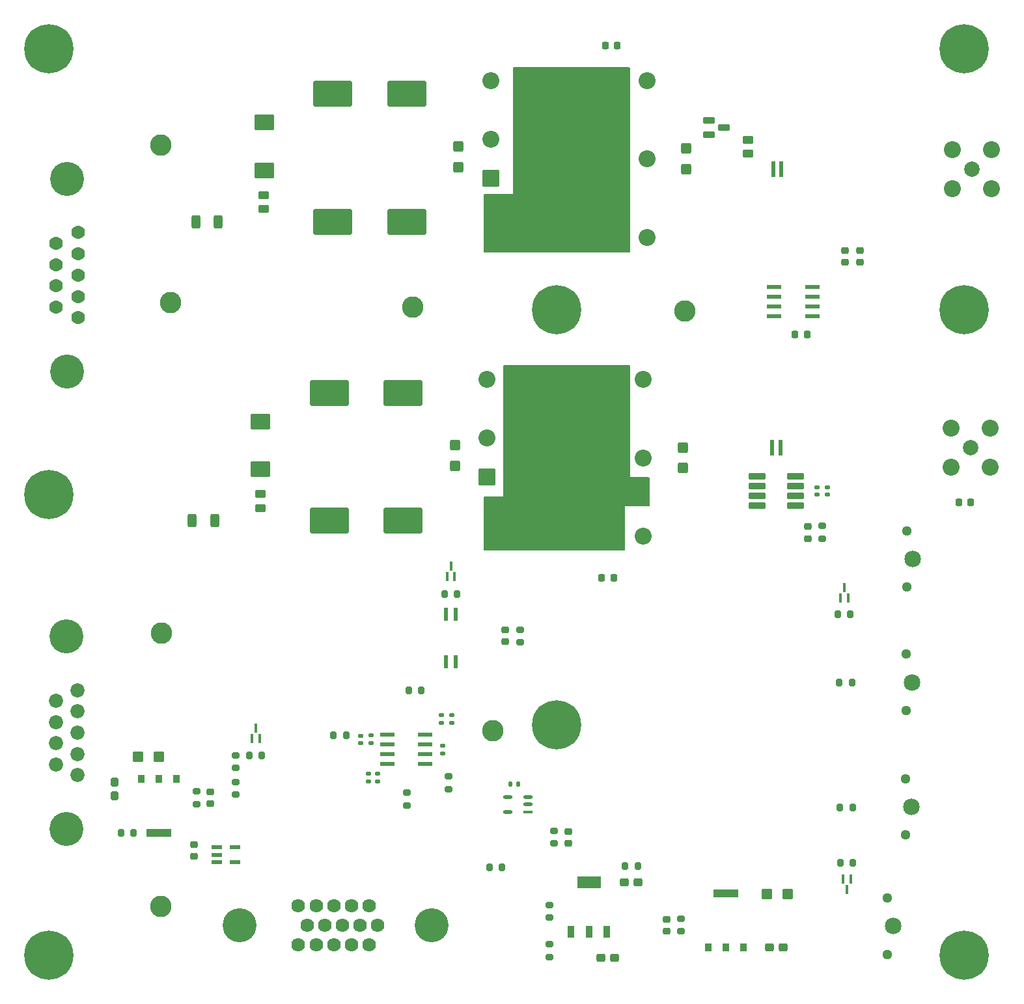
<source format=gbr>
%TF.GenerationSoftware,KiCad,Pcbnew,8.0.6*%
%TF.CreationDate,2025-05-16T10:58:21-04:00*%
%TF.ProjectId,3 - Charge_Pre-Amplifier,33202d20-4368-4617-9267-655f5072652d,rev?*%
%TF.SameCoordinates,Original*%
%TF.FileFunction,Soldermask,Top*%
%TF.FilePolarity,Negative*%
%FSLAX46Y46*%
G04 Gerber Fmt 4.6, Leading zero omitted, Abs format (unit mm)*
G04 Created by KiCad (PCBNEW 8.0.6) date 2025-05-16 10:58:21*
%MOMM*%
%LPD*%
G01*
G04 APERTURE LIST*
G04 Aperture macros list*
%AMRoundRect*
0 Rectangle with rounded corners*
0 $1 Rounding radius*
0 $2 $3 $4 $5 $6 $7 $8 $9 X,Y pos of 4 corners*
0 Add a 4 corners polygon primitive as box body*
4,1,4,$2,$3,$4,$5,$6,$7,$8,$9,$2,$3,0*
0 Add four circle primitives for the rounded corners*
1,1,$1+$1,$2,$3*
1,1,$1+$1,$4,$5*
1,1,$1+$1,$6,$7*
1,1,$1+$1,$8,$9*
0 Add four rect primitives between the rounded corners*
20,1,$1+$1,$2,$3,$4,$5,0*
20,1,$1+$1,$4,$5,$6,$7,0*
20,1,$1+$1,$6,$7,$8,$9,0*
20,1,$1+$1,$8,$9,$2,$3,0*%
G04 Aperture macros list end*
%ADD10R,1.219200X0.457200*%
%ADD11O,1.219200X0.457200*%
%ADD12R,1.981200X0.558800*%
%ADD13R,0.889000X1.016000*%
%ADD14R,3.200000X1.000000*%
%ADD15C,1.295400*%
%ADD16C,2.159000*%
%ADD17R,0.350800X1.161200*%
%ADD18RoundRect,0.099250X-0.632750X-0.297750X0.632750X-0.297750X0.632750X0.297750X-0.632750X0.297750X0*%
%ADD19RoundRect,0.200000X0.200000X0.275000X-0.200000X0.275000X-0.200000X-0.275000X0.200000X-0.275000X0*%
%ADD20RoundRect,0.250000X0.425000X-0.450000X0.425000X0.450000X-0.425000X0.450000X-0.425000X-0.450000X0*%
%ADD21RoundRect,0.225000X-0.250000X0.225000X-0.250000X-0.225000X0.250000X-0.225000X0.250000X0.225000X0*%
%ADD22RoundRect,0.200000X-0.275000X0.200000X-0.275000X-0.200000X0.275000X-0.200000X0.275000X0.200000X0*%
%ADD23RoundRect,0.250000X0.312500X0.275000X-0.312500X0.275000X-0.312500X-0.275000X0.312500X-0.275000X0*%
%ADD24RoundRect,0.200000X-0.200000X-0.275000X0.200000X-0.275000X0.200000X0.275000X-0.200000X0.275000X0*%
%ADD25RoundRect,0.250000X1.025000X-0.787500X1.025000X0.787500X-1.025000X0.787500X-1.025000X-0.787500X0*%
%ADD26RoundRect,0.250000X-0.312500X-0.275000X0.312500X-0.275000X0.312500X0.275000X-0.312500X0.275000X0*%
%ADD27RoundRect,0.250000X0.450000X0.425000X-0.450000X0.425000X-0.450000X-0.425000X0.450000X-0.425000X0*%
%ADD28RoundRect,0.102000X1.000000X-1.000000X1.000000X1.000000X-1.000000X1.000000X-1.000000X-1.000000X0*%
%ADD29C,2.204000*%
%ADD30C,2.800000*%
%ADD31C,1.764000*%
%ADD32C,4.420000*%
%ADD33R,1.473200X0.558800*%
%ADD34RoundRect,0.100500X-0.986500X-0.301500X0.986500X-0.301500X0.986500X0.301500X-0.986500X0.301500X0*%
%ADD35C,2.006600*%
%ADD36C,2.209800*%
%ADD37RoundRect,0.250000X-0.312500X-0.625000X0.312500X-0.625000X0.312500X0.625000X-0.312500X0.625000X0*%
%ADD38C,6.400000*%
%ADD39RoundRect,0.140000X0.170000X-0.140000X0.170000X0.140000X-0.170000X0.140000X-0.170000X-0.140000X0*%
%ADD40RoundRect,0.225000X0.250000X-0.225000X0.250000X0.225000X-0.250000X0.225000X-0.250000X-0.225000X0*%
%ADD41RoundRect,0.225000X-0.225000X-0.250000X0.225000X-0.250000X0.225000X0.250000X-0.225000X0.250000X0*%
%ADD42C,1.779000*%
%ADD43R,0.558800X1.651000*%
%ADD44RoundRect,0.135000X0.135000X0.185000X-0.135000X0.185000X-0.135000X-0.185000X0.135000X-0.185000X0*%
%ADD45RoundRect,0.170000X2.330000X-1.530000X2.330000X1.530000X-2.330000X1.530000X-2.330000X-1.530000X0*%
%ADD46RoundRect,0.140000X-0.170000X0.140000X-0.170000X-0.140000X0.170000X-0.140000X0.170000X0.140000X0*%
%ADD47R,0.838200X1.600200*%
%ADD48R,3.048000X1.600200*%
%ADD49RoundRect,0.250000X-0.450000X-0.425000X0.450000X-0.425000X0.450000X0.425000X-0.450000X0.425000X0*%
%ADD50RoundRect,0.200000X0.275000X-0.200000X0.275000X0.200000X-0.275000X0.200000X-0.275000X-0.200000X0*%
%ADD51C,1.839000*%
%ADD52RoundRect,0.135000X0.185000X-0.135000X0.185000X0.135000X-0.185000X0.135000X-0.185000X-0.135000X0*%
%ADD53RoundRect,0.250000X0.450000X-0.262500X0.450000X0.262500X-0.450000X0.262500X-0.450000X-0.262500X0*%
%ADD54R,0.584200X2.159000*%
%ADD55RoundRect,0.250000X-0.275000X0.312500X-0.275000X-0.312500X0.275000X-0.312500X0.275000X0.312500X0*%
G04 APERTURE END LIST*
D10*
%TO.C,U10*%
X276300000Y-155300001D03*
D11*
X276300000Y-154350000D03*
X276300000Y-153399999D03*
X273680000Y-153399999D03*
X273680000Y-155300001D03*
%TD*%
D12*
%TO.C,U8*%
X308332400Y-86990000D03*
X308332400Y-88260000D03*
X308332400Y-89530000D03*
X308332400Y-90800000D03*
X313260000Y-90800000D03*
X313260000Y-89530000D03*
X313260000Y-88260000D03*
X313260000Y-86990000D03*
%TD*%
D13*
%TO.C,U7*%
X299724700Y-172950000D03*
X302036100Y-172950000D03*
X304347500Y-172950000D03*
D14*
X302036100Y-165957500D03*
%TD*%
D13*
%TO.C,U2*%
X230609900Y-151017500D03*
X228298500Y-151017500D03*
X225987100Y-151017500D03*
D14*
X228298500Y-158010000D03*
%TD*%
D15*
%TO.C,P4*%
X323020000Y-166520201D03*
X323020000Y-173840201D03*
D16*
X323780000Y-170190201D03*
%TD*%
D15*
%TO.C,P3*%
X325360000Y-150980000D03*
X325360000Y-158300000D03*
D16*
X326120000Y-154650000D03*
%TD*%
D15*
%TO.C,P2*%
X325460000Y-134800201D03*
X325460000Y-142120201D03*
D16*
X326220000Y-138470201D03*
%TD*%
D15*
%TO.C,P1*%
X325540000Y-118720000D03*
X325540000Y-126040000D03*
D16*
X326300000Y-122390000D03*
%TD*%
D17*
%TO.C,M4*%
X316960000Y-127450000D03*
X317959998Y-127450000D03*
X317459999Y-126100000D03*
%TD*%
%TO.C,M3*%
X318260000Y-164040000D03*
X317260002Y-164040000D03*
X317760001Y-165390000D03*
%TD*%
%TO.C,M2*%
X265760002Y-124690000D03*
X266760000Y-124690000D03*
X266260001Y-123340000D03*
%TD*%
%TO.C,M1*%
X240404999Y-145745000D03*
X241404997Y-145745000D03*
X240904998Y-144395000D03*
%TD*%
D18*
%TO.C,D2*%
X299850000Y-65300000D03*
X299850000Y-67200000D03*
X301810000Y-66250000D03*
%TD*%
D19*
%TO.C,R17*%
X272940000Y-162520000D03*
X271290000Y-162520000D03*
%TD*%
%TO.C,R39*%
X318515000Y-154700000D03*
X316865000Y-154700000D03*
%TD*%
D20*
%TO.C,C17*%
X266805000Y-110300000D03*
X266805000Y-107600000D03*
%TD*%
D21*
%TO.C,C15*%
X232890000Y-159565000D03*
X232890000Y-161115000D03*
%TD*%
D22*
%TO.C,R34*%
X279670000Y-157790000D03*
X279670000Y-159440000D03*
%TD*%
%TO.C,R42*%
X275300000Y-131585000D03*
X275300000Y-133235000D03*
%TD*%
D21*
%TO.C,C31*%
X312665000Y-118190000D03*
X312665000Y-119740000D03*
%TD*%
D23*
%TO.C,C42*%
X290625000Y-164469800D03*
X288850000Y-164469800D03*
%TD*%
D24*
%TO.C,R13*%
X265450000Y-126940000D03*
X267100000Y-126940000D03*
%TD*%
D25*
%TO.C,C3*%
X241965000Y-71837500D03*
X241965000Y-65612500D03*
%TD*%
D22*
%TO.C,R16*%
X296160000Y-169180000D03*
X296160000Y-170830000D03*
%TD*%
D20*
%TO.C,C4*%
X267275000Y-71415000D03*
X267275000Y-68715000D03*
%TD*%
D26*
%TO.C,C25*%
X307690000Y-172920000D03*
X309465000Y-172920000D03*
%TD*%
D27*
%TO.C,C14*%
X228307500Y-148110000D03*
X225607500Y-148110000D03*
%TD*%
D28*
%TO.C,U4*%
X271000000Y-111750000D03*
D29*
X271000000Y-106650000D03*
X291300000Y-119450000D03*
X291300000Y-109250000D03*
X291300000Y-99050000D03*
X271000000Y-99050000D03*
%TD*%
D30*
%TO.C,Telem_RTN1*%
X271750000Y-144770000D03*
%TD*%
D31*
%TO.C,J1*%
X217755000Y-79935000D03*
X217755000Y-82705000D03*
X217755000Y-85475000D03*
X217755000Y-88245000D03*
X217755000Y-91015000D03*
X214915000Y-81320000D03*
X214915000Y-84090000D03*
X214915000Y-86860000D03*
X214915000Y-89630000D03*
D32*
X216335000Y-72975000D03*
X216335000Y-97975000D03*
%TD*%
D19*
%TO.C,R32*%
X290585000Y-162360000D03*
X288935000Y-162360000D03*
%TD*%
D30*
%TO.C,-5V1*%
X228660000Y-132080000D03*
%TD*%
D33*
%TO.C,U3*%
X235836200Y-159939999D03*
X235836200Y-160890000D03*
X235836200Y-161840001D03*
X238223800Y-161840001D03*
X238223800Y-159939999D03*
%TD*%
D34*
%TO.C,U5*%
X306115000Y-111680000D03*
X306115000Y-112950000D03*
X306115000Y-114220000D03*
X306115000Y-115490000D03*
X311055000Y-115490000D03*
X311055000Y-114220000D03*
X311055000Y-112950000D03*
X311055000Y-111680000D03*
%TD*%
D22*
%TO.C,R14*%
X238250000Y-151435000D03*
X238250000Y-153085000D03*
%TD*%
D35*
%TO.C,J4*%
X333883000Y-107895000D03*
D36*
X336423000Y-105355000D03*
X331343000Y-105355000D03*
X331343000Y-110435000D03*
X336423000Y-110435000D03*
%TD*%
D21*
%TO.C,C43*%
X281510000Y-157835000D03*
X281510000Y-159385000D03*
%TD*%
D37*
%TO.C,F1*%
X233072500Y-78505000D03*
X235997500Y-78505000D03*
%TD*%
D38*
%TO.C,H3*%
X333000000Y-90000000D03*
%TD*%
D39*
%TO.C,C26*%
X313905000Y-114015000D03*
X313905000Y-113055000D03*
%TD*%
D21*
%TO.C,R23*%
X319440000Y-82250000D03*
X319440000Y-83800000D03*
%TD*%
D30*
%TO.C,+5V1*%
X228540000Y-167640000D03*
%TD*%
D23*
%TO.C,C34*%
X287585000Y-174319800D03*
X285810000Y-174319800D03*
%TD*%
D40*
%TO.C,C44*%
X273310000Y-133145000D03*
X273310000Y-131595000D03*
%TD*%
D19*
%TO.C,R37*%
X318210000Y-129580000D03*
X316560000Y-129580000D03*
%TD*%
D38*
%TO.C,H1*%
X214000000Y-56000000D03*
%TD*%
%TO.C,H2*%
X333000000Y-56000000D03*
%TD*%
D22*
%TO.C,R20*%
X314580000Y-118100000D03*
X314580000Y-119750000D03*
%TD*%
D41*
%TO.C,R24*%
X332315000Y-115010000D03*
X333865000Y-115010000D03*
%TD*%
D24*
%TO.C,R33*%
X250995000Y-145380000D03*
X252645000Y-145380000D03*
%TD*%
D42*
%TO.C,J3*%
X255606000Y-167510000D03*
X253316000Y-167510000D03*
X251026000Y-167510000D03*
X248736000Y-167510000D03*
X246446000Y-167510000D03*
X256751000Y-170050000D03*
X254461000Y-170050000D03*
X252171000Y-170050000D03*
X249881000Y-170050000D03*
X247591000Y-170050000D03*
X255606000Y-172590000D03*
X253316000Y-172590000D03*
X251026000Y-172590000D03*
X248736000Y-172590000D03*
X246446000Y-172590000D03*
D32*
X238785000Y-170050000D03*
X263775000Y-170050000D03*
%TD*%
D35*
%TO.C,J5*%
X334010000Y-71705000D03*
D36*
X336550000Y-69165000D03*
X331470000Y-69165000D03*
X331470000Y-74245000D03*
X336550000Y-74245000D03*
%TD*%
D39*
%TO.C,C41*%
X266400000Y-143720000D03*
X266400000Y-142760000D03*
%TD*%
D30*
%TO.C,V_{EN}1*%
X261320000Y-89620000D03*
%TD*%
D41*
%TO.C,C1*%
X286375000Y-55630000D03*
X287925000Y-55630000D03*
%TD*%
D12*
%TO.C,U11*%
X258026200Y-145245000D03*
X258026200Y-146515000D03*
X258026200Y-147785000D03*
X258026200Y-149055000D03*
X262953800Y-149055000D03*
X262953800Y-147785000D03*
X262953800Y-146515000D03*
X262953800Y-145245000D03*
%TD*%
D43*
%TO.C,Q1*%
X265605000Y-135814200D03*
X266875000Y-135814200D03*
X266875000Y-129565800D03*
X265605000Y-129565800D03*
%TD*%
D44*
%TO.C,R25*%
X275030000Y-151720000D03*
X274010000Y-151720000D03*
%TD*%
D41*
%TO.C,R21*%
X311031200Y-93215000D03*
X312581200Y-93215000D03*
%TD*%
D38*
%TO.C,H8*%
X280000000Y-90000000D03*
%TD*%
D19*
%TO.C,R11*%
X224985000Y-158020000D03*
X223335000Y-158020000D03*
%TD*%
D45*
%TO.C,L1*%
X250935000Y-78506000D03*
X260535000Y-78506000D03*
%TD*%
D24*
%TO.C,R7*%
X240039998Y-147930000D03*
X241689998Y-147930000D03*
%TD*%
D37*
%TO.C,F2*%
X232602500Y-117390000D03*
X235527500Y-117390000D03*
%TD*%
D46*
%TO.C,C38*%
X255520000Y-150370000D03*
X255520000Y-151330000D03*
%TD*%
D47*
%TO.C,U9*%
X281920000Y-170880200D03*
X284220000Y-170880200D03*
X286520000Y-170880200D03*
D48*
X284220000Y-164479400D03*
%TD*%
D49*
%TO.C,C33*%
X307347500Y-165960000D03*
X310047500Y-165960000D03*
%TD*%
D20*
%TO.C,C11*%
X296885000Y-71702500D03*
X296885000Y-69002500D03*
%TD*%
D25*
%TO.C,C16*%
X241495000Y-110722500D03*
X241495000Y-104497500D03*
%TD*%
D50*
%TO.C,R6*%
X238254998Y-149585000D03*
X238254998Y-147935000D03*
%TD*%
D45*
%TO.C,L2*%
X250935000Y-61896000D03*
X260535000Y-61896000D03*
%TD*%
%TO.C,L3*%
X250465000Y-117391000D03*
X260065000Y-117391000D03*
%TD*%
D51*
%TO.C,J2*%
X217720000Y-150540000D03*
X217720000Y-147770000D03*
X217720000Y-145000000D03*
X217720000Y-142230000D03*
X217720000Y-139460000D03*
X214880000Y-149155000D03*
X214880000Y-146385000D03*
X214880000Y-143615000D03*
X214880000Y-140845000D03*
D32*
X216300000Y-132500000D03*
X216300000Y-157500000D03*
%TD*%
D24*
%TO.C,R36*%
X316915000Y-161940000D03*
X318565000Y-161940000D03*
%TD*%
D52*
%TO.C,R29*%
X265240000Y-147690000D03*
X265240000Y-146670000D03*
%TD*%
D50*
%TO.C,R9*%
X233200000Y-154285000D03*
X233200000Y-152635000D03*
%TD*%
D30*
%TO.C,+12V1*%
X228570000Y-68590000D03*
%TD*%
D53*
%TO.C,R41*%
X241475000Y-115752500D03*
X241475000Y-113927500D03*
%TD*%
D38*
%TO.C,H5*%
X280000000Y-144000000D03*
%TD*%
D54*
%TO.C,R2*%
X308061600Y-107885000D03*
X309128400Y-107885000D03*
%TD*%
D50*
%TO.C,R31*%
X260520000Y-154485000D03*
X260520000Y-152835000D03*
%TD*%
%TO.C,R28*%
X279120000Y-174204800D03*
X279120000Y-172554800D03*
%TD*%
%TO.C,R30*%
X279110000Y-169084800D03*
X279110000Y-167434800D03*
%TD*%
D45*
%TO.C,L4*%
X250465000Y-100781000D03*
X260065000Y-100781000D03*
%TD*%
D52*
%TO.C,R26*%
X255860000Y-146400000D03*
X255860000Y-145380000D03*
%TD*%
D46*
%TO.C,C35*%
X254570000Y-145390000D03*
X254570000Y-146350000D03*
%TD*%
D28*
%TO.C,U1*%
X271470000Y-72865000D03*
D29*
X271470000Y-67765000D03*
X291770000Y-80565000D03*
X291770000Y-70365000D03*
X291770000Y-60165000D03*
X271470000Y-60165000D03*
%TD*%
D21*
%TO.C,C13*%
X234950000Y-152685000D03*
X234950000Y-154235000D03*
%TD*%
D40*
%TO.C,R22*%
X317490000Y-83820000D03*
X317490000Y-82270000D03*
%TD*%
D53*
%TO.C,R4*%
X304920000Y-69662500D03*
X304920000Y-67837500D03*
%TD*%
D20*
%TO.C,C24*%
X296415000Y-110587500D03*
X296415000Y-107887500D03*
%TD*%
D55*
%TO.C,C12*%
X222530000Y-151475000D03*
X222530000Y-153250000D03*
%TD*%
D46*
%TO.C,C39*%
X256720000Y-150380000D03*
X256720000Y-151340000D03*
%TD*%
D22*
%TO.C,R27*%
X265940000Y-150685000D03*
X265940000Y-152335000D03*
%TD*%
D40*
%TO.C,C30*%
X294287500Y-170825000D03*
X294287500Y-169275000D03*
%TD*%
D53*
%TO.C,R40*%
X241945000Y-76867500D03*
X241945000Y-75042500D03*
%TD*%
D19*
%TO.C,R38*%
X318455000Y-138470000D03*
X316805000Y-138470000D03*
%TD*%
D54*
%TO.C,R1*%
X308171600Y-71715000D03*
X309238400Y-71715000D03*
%TD*%
D39*
%TO.C,C27*%
X315215000Y-114015000D03*
X315215000Y-113055000D03*
%TD*%
D24*
%TO.C,R8*%
X260785000Y-139520000D03*
X262435000Y-139520000D03*
%TD*%
D41*
%TO.C,C2*%
X285885000Y-124820000D03*
X287435000Y-124820000D03*
%TD*%
D30*
%TO.C,+12V_RTN1*%
X229810000Y-89060000D03*
%TD*%
D39*
%TO.C,C40*%
X265020000Y-143720000D03*
X265020000Y-142760000D03*
%TD*%
D30*
%TO.C,+/-5V_{RTN}1*%
X296700000Y-90100000D03*
%TD*%
D38*
%TO.C,H7*%
X333000000Y-174000000D03*
%TD*%
%TO.C,H4*%
X214000000Y-114000000D03*
%TD*%
%TO.C,H9*%
X214000000Y-174000000D03*
%TD*%
G36*
X289503039Y-97174685D02*
G01*
X289548794Y-97227489D01*
X289560000Y-97279000D01*
X289560000Y-111760000D01*
X291976000Y-111760000D01*
X292043039Y-111779685D01*
X292088794Y-111832489D01*
X292100000Y-111884000D01*
X292100000Y-115446000D01*
X292080315Y-115513039D01*
X292027511Y-115558794D01*
X291976000Y-115570000D01*
X288925000Y-115570000D01*
X288925000Y-121161000D01*
X288905315Y-121228039D01*
X288852511Y-121273794D01*
X288801000Y-121285000D01*
X270634000Y-121285000D01*
X270566961Y-121265315D01*
X270521206Y-121212511D01*
X270510000Y-121161000D01*
X270510000Y-114424000D01*
X270529685Y-114356961D01*
X270582489Y-114311206D01*
X270634000Y-114300000D01*
X273050000Y-114300000D01*
X273050000Y-97279000D01*
X273069685Y-97211961D01*
X273122489Y-97166206D01*
X273174000Y-97155000D01*
X289436000Y-97155000D01*
X289503039Y-97174685D01*
G37*
G36*
X289503039Y-58439685D02*
G01*
X289548794Y-58492489D01*
X289560000Y-58544000D01*
X289560000Y-82426000D01*
X289540315Y-82493039D01*
X289487511Y-82538794D01*
X289436000Y-82550000D01*
X270634000Y-82550000D01*
X270566961Y-82530315D01*
X270521206Y-82477511D01*
X270510000Y-82426000D01*
X270510000Y-75054000D01*
X270529685Y-74986961D01*
X270582489Y-74941206D01*
X270634000Y-74930000D01*
X274320000Y-74930000D01*
X274320000Y-58544000D01*
X274339685Y-58476961D01*
X274392489Y-58431206D01*
X274444000Y-58420000D01*
X289436000Y-58420000D01*
X289503039Y-58439685D01*
G37*
M02*

</source>
